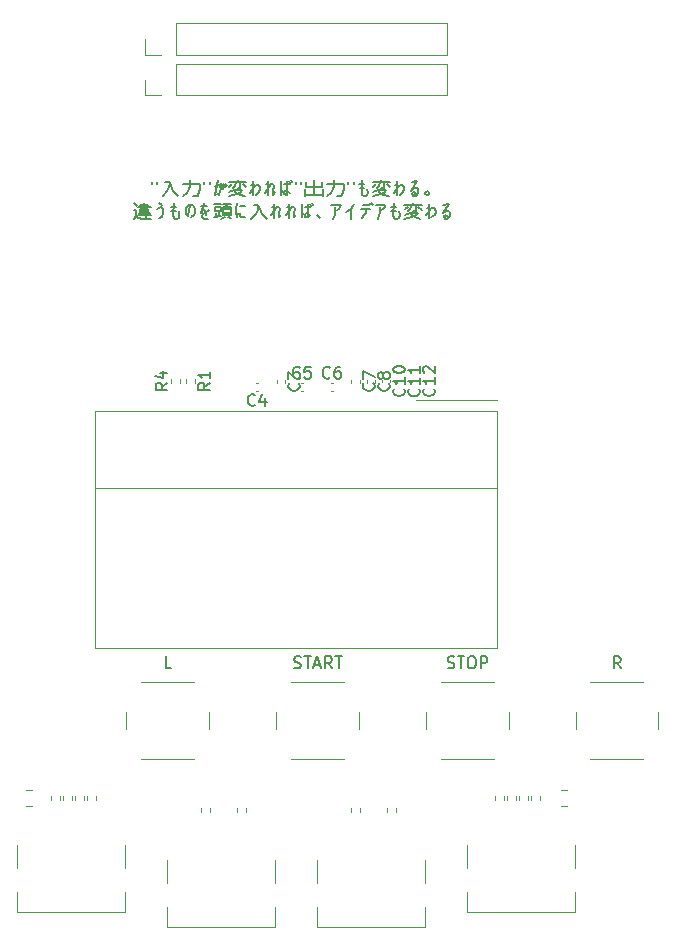
<source format=gbr>
%TF.GenerationSoftware,KiCad,Pcbnew,(6.0.5)*%
%TF.CreationDate,2023-02-26T14:44:20+09:00*%
%TF.ProjectId,IO_Board,494f5f42-6f61-4726-942e-6b696361645f,rev?*%
%TF.SameCoordinates,Original*%
%TF.FileFunction,Legend,Top*%
%TF.FilePolarity,Positive*%
%FSLAX46Y46*%
G04 Gerber Fmt 4.6, Leading zero omitted, Abs format (unit mm)*
G04 Created by KiCad (PCBNEW (6.0.5)) date 2023-02-26 14:44:20*
%MOMM*%
%LPD*%
G01*
G04 APERTURE LIST*
%ADD10C,0.150000*%
%ADD11C,0.120000*%
G04 APERTURE END LIST*
D10*
X140203142Y-89308857D02*
X140203142Y-89537428D01*
X140660285Y-89308857D02*
X140660285Y-89537428D01*
X141346000Y-89308857D02*
X141746000Y-89308857D01*
X141860285Y-89651714D01*
X142031714Y-90108857D01*
X142431714Y-90508857D01*
X141746000Y-89423142D02*
X141688857Y-89766000D01*
X141517428Y-90108857D01*
X141117428Y-90508857D01*
X143688857Y-90508857D02*
X144088857Y-90508857D01*
X142831714Y-89537428D02*
X144260285Y-89537428D01*
X144260285Y-89880285D01*
X144146000Y-90451714D01*
X143460285Y-89137428D02*
X143460285Y-89651714D01*
X143346000Y-89937428D01*
X143174571Y-90223142D01*
X142831714Y-90508857D01*
X144660285Y-89308857D02*
X144660285Y-89537428D01*
X145117428Y-89308857D02*
X145117428Y-89537428D01*
X145517428Y-89651714D02*
X145917428Y-89594571D01*
X146031714Y-89823142D01*
X145917428Y-90451714D01*
X145746000Y-90337428D01*
X145803142Y-89194571D02*
X145574571Y-90394571D01*
X146088857Y-89423142D02*
X146260285Y-89937428D01*
X146260285Y-89537428D02*
X146374571Y-89708857D01*
X146431714Y-89480285D02*
X146546000Y-89651714D01*
X146717428Y-89308857D02*
X148203142Y-89308857D01*
X147460285Y-89823142D02*
X147688857Y-89823142D01*
X147460285Y-89137428D02*
X147460285Y-89308857D01*
X147688857Y-89308857D02*
X147688857Y-89766000D01*
X147917428Y-89480285D02*
X148203142Y-89766000D01*
X147003142Y-89480285D02*
X146774571Y-89708857D01*
X147174571Y-89994571D02*
X146774571Y-90166000D01*
X147346000Y-89308857D02*
X147231714Y-89651714D01*
X147060285Y-89823142D01*
X147174571Y-89994571D02*
X147860285Y-89994571D01*
X147688857Y-90223142D01*
X147403142Y-90337428D01*
X147060285Y-90451714D01*
X146717428Y-90508857D01*
X147174571Y-89994571D02*
X147346000Y-90223142D01*
X147631714Y-90394571D01*
X148088857Y-90508857D01*
X148774571Y-89251714D02*
X148774571Y-90451714D01*
X148603142Y-89594571D02*
X148831714Y-89537428D01*
X148774571Y-89651714D01*
X148546000Y-90223142D02*
X148888857Y-89766000D01*
X149003142Y-89594571D01*
X149231714Y-89594571D01*
X149346000Y-89708857D01*
X149403142Y-89937428D01*
X149288857Y-90166000D01*
X149003142Y-90394571D01*
X150031714Y-89251714D02*
X150031714Y-90451714D01*
X149860285Y-89537428D02*
X150088857Y-89480285D01*
X150031714Y-89537428D01*
X149803142Y-90223142D02*
X150317428Y-89480285D01*
X150488857Y-89480285D01*
X150546000Y-89651714D01*
X150488857Y-90051714D01*
X150488857Y-90394571D01*
X150660285Y-90166000D01*
X151403142Y-89480285D02*
X151860285Y-89480285D01*
X151688857Y-89251714D02*
X151688857Y-90394571D01*
X151403142Y-90337428D01*
X151403142Y-90108857D01*
X151574571Y-90051714D01*
X151860285Y-90280285D01*
X151174571Y-89251714D02*
X151117428Y-89594571D01*
X151117428Y-89937428D01*
X151174571Y-90394571D01*
X151231714Y-89994571D01*
X151803142Y-89251714D02*
X151917428Y-89423142D01*
X151974571Y-89194571D02*
X152088857Y-89366000D01*
X152374571Y-89308857D02*
X152374571Y-89537428D01*
X152831714Y-89308857D02*
X152831714Y-89537428D01*
X153231714Y-89766000D02*
X154603142Y-89766000D01*
X153174571Y-90394571D02*
X154660285Y-90394571D01*
X153174571Y-89937428D02*
X153174571Y-90508857D01*
X153231714Y-89308857D02*
X153231714Y-89766000D01*
X153917428Y-89137428D02*
X153917428Y-90394571D01*
X154603142Y-89308857D02*
X154603142Y-89766000D01*
X154660285Y-89937428D02*
X154660285Y-90508857D01*
X155860285Y-90508857D02*
X156260285Y-90508857D01*
X155003142Y-89537428D02*
X156431714Y-89537428D01*
X156431714Y-89880285D01*
X156317428Y-90451714D01*
X155631714Y-89137428D02*
X155631714Y-89651714D01*
X155517428Y-89937428D01*
X155346000Y-90223142D01*
X155003142Y-90508857D01*
X156831714Y-89308857D02*
X156831714Y-89537428D01*
X157288857Y-89308857D02*
X157288857Y-89537428D01*
X158031714Y-89194571D02*
X157974571Y-90223142D01*
X158031714Y-90451714D01*
X158146000Y-90508857D01*
X158317428Y-90508857D01*
X158431714Y-90451714D01*
X158488857Y-90223142D01*
X158431714Y-89880285D01*
X157746000Y-89480285D02*
X158203142Y-89480285D01*
X157803142Y-89823142D02*
X158203142Y-89823142D01*
X158888857Y-89308857D02*
X160374571Y-89308857D01*
X159631714Y-89823142D02*
X159860285Y-89823142D01*
X159631714Y-89137428D02*
X159631714Y-89308857D01*
X159860285Y-89308857D02*
X159860285Y-89766000D01*
X160088857Y-89480285D02*
X160374571Y-89766000D01*
X159174571Y-89480285D02*
X158946000Y-89708857D01*
X159346000Y-89994571D02*
X158946000Y-90166000D01*
X159517428Y-89308857D02*
X159403142Y-89651714D01*
X159231714Y-89823142D01*
X159346000Y-89994571D02*
X160031714Y-89994571D01*
X159860285Y-90223142D01*
X159574571Y-90337428D01*
X159231714Y-90451714D01*
X158888857Y-90508857D01*
X159346000Y-89994571D02*
X159517428Y-90223142D01*
X159803142Y-90394571D01*
X160260285Y-90508857D01*
X160946000Y-89251714D02*
X160946000Y-90451714D01*
X160774571Y-89594571D02*
X161003142Y-89537428D01*
X160946000Y-89651714D01*
X160717428Y-90223142D02*
X161060285Y-89766000D01*
X161174571Y-89594571D01*
X161403142Y-89594571D01*
X161517428Y-89708857D01*
X161574571Y-89937428D01*
X161460285Y-90166000D01*
X161174571Y-90394571D01*
X162203142Y-89308857D02*
X162660285Y-89251714D01*
X162146000Y-90051714D01*
X162431714Y-89823142D01*
X162717428Y-89823142D01*
X162774571Y-89994571D01*
X162774571Y-90280285D01*
X162546000Y-90508857D01*
X162317428Y-90508857D01*
X162260285Y-90280285D01*
X162374571Y-90166000D01*
X162603142Y-90394571D01*
X163460285Y-90108857D02*
X163574571Y-90108857D01*
X163688857Y-90223142D01*
X163688857Y-90337428D01*
X163574571Y-90451714D01*
X163460285Y-90451714D01*
X163346000Y-90337428D01*
X163346000Y-90223142D01*
X163460285Y-90108857D01*
X139060285Y-91412285D02*
X140146000Y-91412285D01*
X139231714Y-91755142D02*
X139917428Y-91755142D01*
X139117428Y-91926571D02*
X140088857Y-91926571D01*
X139060285Y-92155142D02*
X140146000Y-92155142D01*
X139688857Y-91869428D02*
X139688857Y-92326571D01*
X139231714Y-91583714D02*
X139917428Y-91583714D01*
X139917428Y-91812285D01*
X138717428Y-91126571D02*
X138946000Y-91355142D01*
X138660285Y-91698000D02*
X138888857Y-91698000D01*
X138888857Y-92212285D01*
X138660285Y-92440857D01*
X139517428Y-91069428D02*
X139403142Y-91412285D01*
X139288857Y-91926571D02*
X139288857Y-92155142D01*
X139231714Y-91583714D02*
X139231714Y-91812285D01*
X139174571Y-91240857D02*
X139917428Y-91240857D01*
X139917428Y-91412285D01*
X138831714Y-92269428D02*
X139403142Y-92440857D01*
X140146000Y-92440857D01*
X140774571Y-91126571D02*
X141060285Y-91240857D01*
X140603142Y-91640857D02*
X141003142Y-91469428D01*
X141174571Y-91640857D01*
X141174571Y-91983714D01*
X141060285Y-92269428D01*
X140774571Y-92383714D01*
X142088857Y-91126571D02*
X142031714Y-92155142D01*
X142088857Y-92383714D01*
X142203142Y-92440857D01*
X142374571Y-92440857D01*
X142488857Y-92383714D01*
X142546000Y-92155142D01*
X142488857Y-91812285D01*
X141803142Y-91412285D02*
X142260285Y-91412285D01*
X141860285Y-91755142D02*
X142260285Y-91755142D01*
X143460285Y-91298000D02*
X143231714Y-92212285D01*
X143060285Y-92040857D01*
X143060285Y-91583714D01*
X143174571Y-91355142D01*
X143460285Y-91240857D01*
X143688857Y-91298000D01*
X143860285Y-91583714D01*
X143860285Y-91926571D01*
X143803142Y-92155142D01*
X143517428Y-92326571D01*
X144374571Y-91355142D02*
X144888857Y-91355142D01*
X144660285Y-91126571D02*
X144374571Y-91983714D01*
X144603142Y-91640857D01*
X144717428Y-91755142D01*
X144774571Y-92098000D01*
X145003142Y-91698000D02*
X144488857Y-92098000D01*
X144488857Y-92269428D01*
X144660285Y-92440857D01*
X144946000Y-92440857D01*
X146203142Y-91183714D02*
X146946000Y-91183714D01*
X145460285Y-91183714D02*
X146088857Y-91183714D01*
X146260285Y-91640857D02*
X146888857Y-91640857D01*
X145517428Y-91755142D02*
X146031714Y-91755142D01*
X146260285Y-91926571D02*
X146888857Y-91926571D01*
X146260285Y-92155142D02*
X146888857Y-92155142D01*
X145517428Y-91412285D02*
X145517428Y-91755142D01*
X145517428Y-91412285D02*
X146031714Y-91412285D01*
X146031714Y-91755142D01*
X146260285Y-91412285D02*
X146260285Y-92155142D01*
X146546000Y-91183714D02*
X146488857Y-91412285D01*
X146260285Y-91412285D02*
X146888857Y-91412285D01*
X146888857Y-92155142D01*
X146660285Y-92269428D02*
X146946000Y-92383714D01*
X146374571Y-92269428D02*
X146031714Y-92440857D01*
X145631714Y-91926571D02*
X145631714Y-92155142D01*
X145917428Y-91869428D02*
X145917428Y-92155142D01*
X146088857Y-92212285D02*
X145460285Y-92326571D01*
X147688857Y-91355142D02*
X148088857Y-91355142D01*
X147403142Y-91126571D02*
X147346000Y-91583714D01*
X147346000Y-91926571D01*
X147403142Y-92326571D01*
X147517428Y-91926571D01*
X147688857Y-91983714D02*
X147688857Y-92212285D01*
X147746000Y-92269428D01*
X148088857Y-92269428D01*
X148831714Y-91240857D02*
X149231714Y-91240857D01*
X149346000Y-91583714D01*
X149517428Y-92040857D01*
X149917428Y-92440857D01*
X149231714Y-91355142D02*
X149174571Y-91698000D01*
X149003142Y-92040857D01*
X148603142Y-92440857D01*
X150546000Y-91183714D02*
X150546000Y-92383714D01*
X150374571Y-91469428D02*
X150603142Y-91412285D01*
X150546000Y-91469428D01*
X150317428Y-92155142D02*
X150831714Y-91412285D01*
X151003142Y-91412285D01*
X151060285Y-91583714D01*
X151003142Y-91983714D01*
X151003142Y-92326571D01*
X151174571Y-92098000D01*
X151803142Y-91183714D02*
X151803142Y-92383714D01*
X151631714Y-91469428D02*
X151860285Y-91412285D01*
X151803142Y-91469428D01*
X151574571Y-92155142D02*
X152088857Y-91412285D01*
X152260285Y-91412285D01*
X152317428Y-91583714D01*
X152260285Y-91983714D01*
X152260285Y-92326571D01*
X152431714Y-92098000D01*
X153174571Y-91412285D02*
X153631714Y-91412285D01*
X153460285Y-91183714D02*
X153460285Y-92326571D01*
X153174571Y-92269428D01*
X153174571Y-92040857D01*
X153346000Y-91983714D01*
X153631714Y-92212285D01*
X152946000Y-91183714D02*
X152888857Y-91526571D01*
X152888857Y-91869428D01*
X152946000Y-92326571D01*
X153003142Y-91926571D01*
X153574571Y-91183714D02*
X153688857Y-91355142D01*
X153746000Y-91126571D02*
X153860285Y-91298000D01*
X154203142Y-92098000D02*
X154431714Y-92383714D01*
X155403142Y-91298000D02*
X156203142Y-91298000D01*
X156146000Y-91412285D01*
X156031714Y-91583714D01*
X155860285Y-91698000D01*
X155746000Y-91469428D02*
X155746000Y-91869428D01*
X155746000Y-91983714D01*
X155688857Y-92155142D01*
X155574571Y-92440857D01*
X157060285Y-91583714D02*
X157060285Y-92440857D01*
X157346000Y-91183714D02*
X157231714Y-91355142D01*
X157060285Y-91583714D01*
X156831714Y-91755142D01*
X156660285Y-91869428D01*
X158603142Y-91183714D02*
X158717428Y-91298000D01*
X158774571Y-91126571D02*
X158888857Y-91240857D01*
X158088857Y-91298000D02*
X158546000Y-91298000D01*
X157917428Y-91640857D02*
X158717428Y-91640857D01*
X158317428Y-91640857D02*
X158317428Y-91926571D01*
X158203142Y-92155142D01*
X158031714Y-92383714D01*
X159174571Y-91298000D02*
X159974571Y-91298000D01*
X159917428Y-91412285D01*
X159803142Y-91583714D01*
X159631714Y-91698000D01*
X159517428Y-91469428D02*
X159517428Y-91869428D01*
X159517428Y-91983714D01*
X159460285Y-92155142D01*
X159346000Y-92440857D01*
X160717428Y-91126571D02*
X160660285Y-92155142D01*
X160717428Y-92383714D01*
X160831714Y-92440857D01*
X161003142Y-92440857D01*
X161117428Y-92383714D01*
X161174571Y-92155142D01*
X161117428Y-91812285D01*
X160431714Y-91412285D02*
X160888857Y-91412285D01*
X160488857Y-91755142D02*
X160888857Y-91755142D01*
X161574571Y-91240857D02*
X163060285Y-91240857D01*
X162317428Y-91755142D02*
X162546000Y-91755142D01*
X162317428Y-91069428D02*
X162317428Y-91240857D01*
X162546000Y-91240857D02*
X162546000Y-91698000D01*
X162774571Y-91412285D02*
X163060285Y-91698000D01*
X161860285Y-91412285D02*
X161631714Y-91640857D01*
X162031714Y-91926571D02*
X161631714Y-92098000D01*
X162203142Y-91240857D02*
X162088857Y-91583714D01*
X161917428Y-91755142D01*
X162031714Y-91926571D02*
X162717428Y-91926571D01*
X162546000Y-92155142D01*
X162260285Y-92269428D01*
X161917428Y-92383714D01*
X161574571Y-92440857D01*
X162031714Y-91926571D02*
X162203142Y-92155142D01*
X162488857Y-92326571D01*
X162946000Y-92440857D01*
X163631714Y-91183714D02*
X163631714Y-92383714D01*
X163460285Y-91526571D02*
X163688857Y-91469428D01*
X163631714Y-91583714D01*
X163403142Y-92155142D02*
X163746000Y-91698000D01*
X163860285Y-91526571D01*
X164088857Y-91526571D01*
X164203142Y-91640857D01*
X164260285Y-91869428D01*
X164146000Y-92098000D01*
X163860285Y-92326571D01*
X164888857Y-91240857D02*
X165346000Y-91183714D01*
X164831714Y-91983714D01*
X165117428Y-91755142D01*
X165403142Y-91755142D01*
X165460285Y-91926571D01*
X165460285Y-92212285D01*
X165231714Y-92440857D01*
X165003142Y-92440857D01*
X164946000Y-92212285D01*
X165060285Y-92098000D01*
X165288857Y-92326571D01*
%TO.C,START*%
X152253809Y-130452761D02*
X152396666Y-130500380D01*
X152634761Y-130500380D01*
X152730000Y-130452761D01*
X152777619Y-130405142D01*
X152825238Y-130309904D01*
X152825238Y-130214666D01*
X152777619Y-130119428D01*
X152730000Y-130071809D01*
X152634761Y-130024190D01*
X152444285Y-129976571D01*
X152349047Y-129928952D01*
X152301428Y-129881333D01*
X152253809Y-129786095D01*
X152253809Y-129690857D01*
X152301428Y-129595619D01*
X152349047Y-129548000D01*
X152444285Y-129500380D01*
X152682380Y-129500380D01*
X152825238Y-129548000D01*
X153110952Y-129500380D02*
X153682380Y-129500380D01*
X153396666Y-130500380D02*
X153396666Y-129500380D01*
X153968095Y-130214666D02*
X154444285Y-130214666D01*
X153872857Y-130500380D02*
X154206190Y-129500380D01*
X154539523Y-130500380D01*
X155444285Y-130500380D02*
X155110952Y-130024190D01*
X154872857Y-130500380D02*
X154872857Y-129500380D01*
X155253809Y-129500380D01*
X155349047Y-129548000D01*
X155396666Y-129595619D01*
X155444285Y-129690857D01*
X155444285Y-129833714D01*
X155396666Y-129928952D01*
X155349047Y-129976571D01*
X155253809Y-130024190D01*
X154872857Y-130024190D01*
X155730000Y-129500380D02*
X156301428Y-129500380D01*
X156015714Y-130500380D02*
X156015714Y-129500380D01*
%TO.C,R1*%
X145132380Y-106338666D02*
X144656190Y-106672000D01*
X145132380Y-106910095D02*
X144132380Y-106910095D01*
X144132380Y-106529142D01*
X144180000Y-106433904D01*
X144227619Y-106386285D01*
X144322857Y-106338666D01*
X144465714Y-106338666D01*
X144560952Y-106386285D01*
X144608571Y-106433904D01*
X144656190Y-106529142D01*
X144656190Y-106910095D01*
X145132380Y-105386285D02*
X145132380Y-105957714D01*
X145132380Y-105672000D02*
X144132380Y-105672000D01*
X144275238Y-105767238D01*
X144370476Y-105862476D01*
X144418095Y-105957714D01*
%TO.C,C3*%
X152647142Y-106366666D02*
X152694761Y-106414285D01*
X152742380Y-106557142D01*
X152742380Y-106652380D01*
X152694761Y-106795238D01*
X152599523Y-106890476D01*
X152504285Y-106938095D01*
X152313809Y-106985714D01*
X152170952Y-106985714D01*
X151980476Y-106938095D01*
X151885238Y-106890476D01*
X151790000Y-106795238D01*
X151742380Y-106652380D01*
X151742380Y-106557142D01*
X151790000Y-106414285D01*
X151837619Y-106366666D01*
X151742380Y-106033333D02*
X151742380Y-105414285D01*
X152123333Y-105747619D01*
X152123333Y-105604761D01*
X152170952Y-105509523D01*
X152218571Y-105461904D01*
X152313809Y-105414285D01*
X152551904Y-105414285D01*
X152647142Y-105461904D01*
X152694761Y-105509523D01*
X152742380Y-105604761D01*
X152742380Y-105890476D01*
X152694761Y-105985714D01*
X152647142Y-106033333D01*
%TO.C,C10*%
X161537142Y-106814857D02*
X161584761Y-106862476D01*
X161632380Y-107005333D01*
X161632380Y-107100571D01*
X161584761Y-107243428D01*
X161489523Y-107338666D01*
X161394285Y-107386285D01*
X161203809Y-107433904D01*
X161060952Y-107433904D01*
X160870476Y-107386285D01*
X160775238Y-107338666D01*
X160680000Y-107243428D01*
X160632380Y-107100571D01*
X160632380Y-107005333D01*
X160680000Y-106862476D01*
X160727619Y-106814857D01*
X161632380Y-105862476D02*
X161632380Y-106433904D01*
X161632380Y-106148190D02*
X160632380Y-106148190D01*
X160775238Y-106243428D01*
X160870476Y-106338666D01*
X160918095Y-106433904D01*
X160632380Y-105243428D02*
X160632380Y-105148190D01*
X160680000Y-105052952D01*
X160727619Y-105005333D01*
X160822857Y-104957714D01*
X161013333Y-104910095D01*
X161251428Y-104910095D01*
X161441904Y-104957714D01*
X161537142Y-105005333D01*
X161584761Y-105052952D01*
X161632380Y-105148190D01*
X161632380Y-105243428D01*
X161584761Y-105338666D01*
X161537142Y-105386285D01*
X161441904Y-105433904D01*
X161251428Y-105481523D01*
X161013333Y-105481523D01*
X160822857Y-105433904D01*
X160727619Y-105386285D01*
X160680000Y-105338666D01*
X160632380Y-105243428D01*
%TO.C,STOP*%
X165239523Y-130452761D02*
X165382380Y-130500380D01*
X165620476Y-130500380D01*
X165715714Y-130452761D01*
X165763333Y-130405142D01*
X165810952Y-130309904D01*
X165810952Y-130214666D01*
X165763333Y-130119428D01*
X165715714Y-130071809D01*
X165620476Y-130024190D01*
X165430000Y-129976571D01*
X165334761Y-129928952D01*
X165287142Y-129881333D01*
X165239523Y-129786095D01*
X165239523Y-129690857D01*
X165287142Y-129595619D01*
X165334761Y-129548000D01*
X165430000Y-129500380D01*
X165668095Y-129500380D01*
X165810952Y-129548000D01*
X166096666Y-129500380D02*
X166668095Y-129500380D01*
X166382380Y-130500380D02*
X166382380Y-129500380D01*
X167191904Y-129500380D02*
X167382380Y-129500380D01*
X167477619Y-129548000D01*
X167572857Y-129643238D01*
X167620476Y-129833714D01*
X167620476Y-130167047D01*
X167572857Y-130357523D01*
X167477619Y-130452761D01*
X167382380Y-130500380D01*
X167191904Y-130500380D01*
X167096666Y-130452761D01*
X167001428Y-130357523D01*
X166953809Y-130167047D01*
X166953809Y-129833714D01*
X167001428Y-129643238D01*
X167096666Y-129548000D01*
X167191904Y-129500380D01*
X168049047Y-130500380D02*
X168049047Y-129500380D01*
X168430000Y-129500380D01*
X168525238Y-129548000D01*
X168572857Y-129595619D01*
X168620476Y-129690857D01*
X168620476Y-129833714D01*
X168572857Y-129928952D01*
X168525238Y-129976571D01*
X168430000Y-130024190D01*
X168049047Y-130024190D01*
%TO.C,C6*%
X155281333Y-105877142D02*
X155233714Y-105924761D01*
X155090857Y-105972380D01*
X154995619Y-105972380D01*
X154852761Y-105924761D01*
X154757523Y-105829523D01*
X154709904Y-105734285D01*
X154662285Y-105543809D01*
X154662285Y-105400952D01*
X154709904Y-105210476D01*
X154757523Y-105115238D01*
X154852761Y-105020000D01*
X154995619Y-104972380D01*
X155090857Y-104972380D01*
X155233714Y-105020000D01*
X155281333Y-105067619D01*
X156138476Y-104972380D02*
X155948000Y-104972380D01*
X155852761Y-105020000D01*
X155805142Y-105067619D01*
X155709904Y-105210476D01*
X155662285Y-105400952D01*
X155662285Y-105781904D01*
X155709904Y-105877142D01*
X155757523Y-105924761D01*
X155852761Y-105972380D01*
X156043238Y-105972380D01*
X156138476Y-105924761D01*
X156186095Y-105877142D01*
X156233714Y-105781904D01*
X156233714Y-105543809D01*
X156186095Y-105448571D01*
X156138476Y-105400952D01*
X156043238Y-105353333D01*
X155852761Y-105353333D01*
X155757523Y-105400952D01*
X155709904Y-105448571D01*
X155662285Y-105543809D01*
%TO.C,C4*%
X148931333Y-108197142D02*
X148883714Y-108244761D01*
X148740857Y-108292380D01*
X148645619Y-108292380D01*
X148502761Y-108244761D01*
X148407523Y-108149523D01*
X148359904Y-108054285D01*
X148312285Y-107863809D01*
X148312285Y-107720952D01*
X148359904Y-107530476D01*
X148407523Y-107435238D01*
X148502761Y-107340000D01*
X148645619Y-107292380D01*
X148740857Y-107292380D01*
X148883714Y-107340000D01*
X148931333Y-107387619D01*
X149788476Y-107625714D02*
X149788476Y-108292380D01*
X149550380Y-107244761D02*
X149312285Y-107959047D01*
X149931333Y-107959047D01*
%TO.C,C11*%
X162807142Y-106842857D02*
X162854761Y-106890476D01*
X162902380Y-107033333D01*
X162902380Y-107128571D01*
X162854761Y-107271428D01*
X162759523Y-107366666D01*
X162664285Y-107414285D01*
X162473809Y-107461904D01*
X162330952Y-107461904D01*
X162140476Y-107414285D01*
X162045238Y-107366666D01*
X161950000Y-107271428D01*
X161902380Y-107128571D01*
X161902380Y-107033333D01*
X161950000Y-106890476D01*
X161997619Y-106842857D01*
X162902380Y-105890476D02*
X162902380Y-106461904D01*
X162902380Y-106176190D02*
X161902380Y-106176190D01*
X162045238Y-106271428D01*
X162140476Y-106366666D01*
X162188095Y-106461904D01*
X162902380Y-104938095D02*
X162902380Y-105509523D01*
X162902380Y-105223809D02*
X161902380Y-105223809D01*
X162045238Y-105319047D01*
X162140476Y-105414285D01*
X162188095Y-105509523D01*
%TO.C,C12*%
X164077142Y-106814857D02*
X164124761Y-106862476D01*
X164172380Y-107005333D01*
X164172380Y-107100571D01*
X164124761Y-107243428D01*
X164029523Y-107338666D01*
X163934285Y-107386285D01*
X163743809Y-107433904D01*
X163600952Y-107433904D01*
X163410476Y-107386285D01*
X163315238Y-107338666D01*
X163220000Y-107243428D01*
X163172380Y-107100571D01*
X163172380Y-107005333D01*
X163220000Y-106862476D01*
X163267619Y-106814857D01*
X164172380Y-105862476D02*
X164172380Y-106433904D01*
X164172380Y-106148190D02*
X163172380Y-106148190D01*
X163315238Y-106243428D01*
X163410476Y-106338666D01*
X163458095Y-106433904D01*
X163267619Y-105481523D02*
X163220000Y-105433904D01*
X163172380Y-105338666D01*
X163172380Y-105100571D01*
X163220000Y-105005333D01*
X163267619Y-104957714D01*
X163362857Y-104910095D01*
X163458095Y-104910095D01*
X163600952Y-104957714D01*
X164172380Y-105529142D01*
X164172380Y-104910095D01*
%TO.C,C7*%
X158969142Y-106366666D02*
X159016761Y-106414285D01*
X159064380Y-106557142D01*
X159064380Y-106652380D01*
X159016761Y-106795238D01*
X158921523Y-106890476D01*
X158826285Y-106938095D01*
X158635809Y-106985714D01*
X158492952Y-106985714D01*
X158302476Y-106938095D01*
X158207238Y-106890476D01*
X158112000Y-106795238D01*
X158064380Y-106652380D01*
X158064380Y-106557142D01*
X158112000Y-106414285D01*
X158159619Y-106366666D01*
X158064380Y-106033333D02*
X158064380Y-105366666D01*
X159064380Y-105795238D01*
%TO.C,C5*%
X152741333Y-105877142D02*
X152693714Y-105924761D01*
X152550857Y-105972380D01*
X152455619Y-105972380D01*
X152312761Y-105924761D01*
X152217523Y-105829523D01*
X152169904Y-105734285D01*
X152122285Y-105543809D01*
X152122285Y-105400952D01*
X152169904Y-105210476D01*
X152217523Y-105115238D01*
X152312761Y-105020000D01*
X152455619Y-104972380D01*
X152550857Y-104972380D01*
X152693714Y-105020000D01*
X152741333Y-105067619D01*
X153646095Y-104972380D02*
X153169904Y-104972380D01*
X153122285Y-105448571D01*
X153169904Y-105400952D01*
X153265142Y-105353333D01*
X153503238Y-105353333D01*
X153598476Y-105400952D01*
X153646095Y-105448571D01*
X153693714Y-105543809D01*
X153693714Y-105781904D01*
X153646095Y-105877142D01*
X153598476Y-105924761D01*
X153503238Y-105972380D01*
X153265142Y-105972380D01*
X153169904Y-105924761D01*
X153122285Y-105877142D01*
%TO.C,L*%
X141839523Y-130500380D02*
X141363333Y-130500380D01*
X141363333Y-129500380D01*
%TO.C,R*%
X179887523Y-130500380D02*
X179554190Y-130024190D01*
X179316095Y-130500380D02*
X179316095Y-129500380D01*
X179697047Y-129500380D01*
X179792285Y-129548000D01*
X179839904Y-129595619D01*
X179887523Y-129690857D01*
X179887523Y-129833714D01*
X179839904Y-129928952D01*
X179792285Y-129976571D01*
X179697047Y-130024190D01*
X179316095Y-130024190D01*
%TO.C,C8*%
X160267142Y-106366666D02*
X160314761Y-106414285D01*
X160362380Y-106557142D01*
X160362380Y-106652380D01*
X160314761Y-106795238D01*
X160219523Y-106890476D01*
X160124285Y-106938095D01*
X159933809Y-106985714D01*
X159790952Y-106985714D01*
X159600476Y-106938095D01*
X159505238Y-106890476D01*
X159410000Y-106795238D01*
X159362380Y-106652380D01*
X159362380Y-106557142D01*
X159410000Y-106414285D01*
X159457619Y-106366666D01*
X159790952Y-105795238D02*
X159743333Y-105890476D01*
X159695714Y-105938095D01*
X159600476Y-105985714D01*
X159552857Y-105985714D01*
X159457619Y-105938095D01*
X159410000Y-105890476D01*
X159362380Y-105795238D01*
X159362380Y-105604761D01*
X159410000Y-105509523D01*
X159457619Y-105461904D01*
X159552857Y-105414285D01*
X159600476Y-105414285D01*
X159695714Y-105461904D01*
X159743333Y-105509523D01*
X159790952Y-105604761D01*
X159790952Y-105795238D01*
X159838571Y-105890476D01*
X159886190Y-105938095D01*
X159981428Y-105985714D01*
X160171904Y-105985714D01*
X160267142Y-105938095D01*
X160314761Y-105890476D01*
X160362380Y-105795238D01*
X160362380Y-105604761D01*
X160314761Y-105509523D01*
X160267142Y-105461904D01*
X160171904Y-105414285D01*
X159981428Y-105414285D01*
X159886190Y-105461904D01*
X159838571Y-105509523D01*
X159790952Y-105604761D01*
%TO.C,R4*%
X141522380Y-106338666D02*
X141046190Y-106672000D01*
X141522380Y-106910095D02*
X140522380Y-106910095D01*
X140522380Y-106529142D01*
X140570000Y-106433904D01*
X140617619Y-106386285D01*
X140712857Y-106338666D01*
X140855714Y-106338666D01*
X140950952Y-106386285D01*
X140998571Y-106433904D01*
X141046190Y-106529142D01*
X141046190Y-106910095D01*
X140855714Y-105481523D02*
X141522380Y-105481523D01*
X140474761Y-105719619D02*
X141189047Y-105957714D01*
X141189047Y-105338666D01*
D11*
%TO.C,START*%
X156480000Y-131660000D02*
X151980000Y-131660000D01*
X157730000Y-135660000D02*
X157730000Y-134160000D01*
X151980000Y-138160000D02*
X156480000Y-138160000D01*
X150730000Y-134160000D02*
X150730000Y-135660000D01*
%TO.C,R2*%
X144400000Y-142647641D02*
X144400000Y-142340359D01*
X145160000Y-142647641D02*
X145160000Y-142340359D01*
%TO.C,FB2*%
X130052578Y-142188000D02*
X129535422Y-142188000D01*
X130052578Y-140768000D02*
X129535422Y-140768000D01*
%TO.C,R12*%
X131700000Y-141324359D02*
X131700000Y-141631641D01*
X132460000Y-141324359D02*
X132460000Y-141631641D01*
%TO.C,R14*%
X133476000Y-141324359D02*
X133476000Y-141631641D01*
X132716000Y-141324359D02*
X132716000Y-141631641D01*
%TO.C,R1*%
X143130000Y-106018359D02*
X143130000Y-106325641D01*
X143890000Y-106018359D02*
X143890000Y-106325641D01*
%TO.C,C3*%
X150770000Y-106092164D02*
X150770000Y-106307836D01*
X151490000Y-106092164D02*
X151490000Y-106307836D01*
%TO.C,R6*%
X157100000Y-142647641D02*
X157100000Y-142340359D01*
X157860000Y-142647641D02*
X157860000Y-142340359D01*
%TO.C,C10*%
X159660000Y-106064164D02*
X159660000Y-106279836D01*
X160380000Y-106064164D02*
X160380000Y-106279836D01*
%TO.C,STOP*%
X164680000Y-138160000D02*
X169180000Y-138160000D01*
X170430000Y-135660000D02*
X170430000Y-134160000D01*
X163430000Y-134160000D02*
X163430000Y-135660000D01*
X169180000Y-131660000D02*
X164680000Y-131660000D01*
%TO.C,C6*%
X155340164Y-106320000D02*
X155555836Y-106320000D01*
X155340164Y-107040000D02*
X155555836Y-107040000D01*
%TO.C,C4*%
X149205836Y-106320000D02*
X148990164Y-106320000D01*
X149205836Y-107040000D02*
X148990164Y-107040000D01*
%TO.C,C11*%
X161650000Y-106092164D02*
X161650000Y-106307836D01*
X160930000Y-106092164D02*
X160930000Y-106307836D01*
%TO.C,R9*%
X173100000Y-141324359D02*
X173100000Y-141631641D01*
X172340000Y-141324359D02*
X172340000Y-141631641D01*
%TO.C,C12*%
X162200000Y-106064164D02*
X162200000Y-106279836D01*
X162920000Y-106064164D02*
X162920000Y-106279836D01*
%TO.C,J4*%
X163330000Y-152375000D02*
X154170000Y-152375000D01*
X154170000Y-146740000D02*
X154170000Y-148660000D01*
X154170000Y-152375000D02*
X154170000Y-150670000D01*
X163330000Y-150670000D02*
X163330000Y-152375000D01*
X163330000Y-148660000D02*
X163330000Y-146740000D01*
%TO.C,J2*%
X176030000Y-149400000D02*
X176030000Y-151105000D01*
X166870000Y-145470000D02*
X166870000Y-147390000D01*
X176030000Y-151105000D02*
X166870000Y-151105000D01*
X176030000Y-147390000D02*
X176030000Y-145470000D01*
X166870000Y-151105000D02*
X166870000Y-149400000D01*
%TO.C,R13*%
X135508000Y-141324359D02*
X135508000Y-141631641D01*
X134748000Y-141324359D02*
X134748000Y-141631641D01*
%TO.C,R10*%
X170308000Y-141324359D02*
X170308000Y-141631641D01*
X171068000Y-141324359D02*
X171068000Y-141631641D01*
%TO.C,FB1*%
X174825922Y-142188000D02*
X175343078Y-142188000D01*
X174825922Y-140768000D02*
X175343078Y-140768000D01*
%TO.C,C7*%
X157092000Y-106092164D02*
X157092000Y-106307836D01*
X157812000Y-106092164D02*
X157812000Y-106307836D01*
%TO.C,J6*%
X169400000Y-107745000D02*
X163400000Y-107745000D01*
X163400000Y-107745000D02*
X162600000Y-107745000D01*
X135400000Y-128745000D02*
X169400000Y-128745000D01*
X169400000Y-115245000D02*
X135400000Y-115245000D01*
X169400000Y-108745000D02*
X169400000Y-128745000D01*
X135400000Y-108745000D02*
X169400000Y-108745000D01*
X162600000Y-107745000D02*
X162560000Y-107745000D01*
X169400000Y-108745000D02*
X169400000Y-115245000D01*
X135400000Y-128745000D02*
X135400000Y-108745000D01*
%TO.C,J1*%
X141470000Y-146740000D02*
X141470000Y-148660000D01*
X150630000Y-150670000D02*
X150630000Y-152375000D01*
X141470000Y-152375000D02*
X141470000Y-150670000D01*
X150630000Y-152375000D02*
X141470000Y-152375000D01*
X150630000Y-148660000D02*
X150630000Y-146740000D01*
%TO.C,R5*%
X172084000Y-141324359D02*
X172084000Y-141631641D01*
X171324000Y-141324359D02*
X171324000Y-141631641D01*
%TO.C,R8*%
X170052000Y-141324359D02*
X170052000Y-141631641D01*
X169292000Y-141324359D02*
X169292000Y-141631641D01*
%TO.C,C5*%
X152800164Y-106320000D02*
X153015836Y-106320000D01*
X152800164Y-107040000D02*
X153015836Y-107040000D01*
%TO.C,L*%
X145030000Y-135660000D02*
X145030000Y-134160000D01*
X139280000Y-138160000D02*
X143780000Y-138160000D01*
X138030000Y-134160000D02*
X138030000Y-135660000D01*
X143780000Y-131660000D02*
X139280000Y-131660000D01*
%TO.C,R*%
X183078000Y-135660000D02*
X183078000Y-134160000D01*
X177328000Y-138160000D02*
X181828000Y-138160000D01*
X181828000Y-131660000D02*
X177328000Y-131660000D01*
X176078000Y-134160000D02*
X176078000Y-135660000D01*
%TO.C,J3*%
X142255000Y-82000400D02*
X165175000Y-82000400D01*
X142255000Y-79340400D02*
X165175000Y-79340400D01*
X165175000Y-82000400D02*
X165175000Y-79340400D01*
X142255000Y-82000400D02*
X142255000Y-79340400D01*
X140985000Y-82000400D02*
X139655000Y-82000400D01*
X139655000Y-82000400D02*
X139655000Y-80670400D01*
%TO.C,R3*%
X147448000Y-142647641D02*
X147448000Y-142340359D01*
X148208000Y-142647641D02*
X148208000Y-142340359D01*
%TO.C,J7*%
X128770000Y-151105000D02*
X128770000Y-149400000D01*
X128770000Y-145470000D02*
X128770000Y-147390000D01*
X137930000Y-147390000D02*
X137930000Y-145470000D01*
X137930000Y-149400000D02*
X137930000Y-151105000D01*
X137930000Y-151105000D02*
X128770000Y-151105000D01*
%TO.C,R7*%
X160148000Y-142647641D02*
X160148000Y-142340359D01*
X160908000Y-142647641D02*
X160908000Y-142340359D01*
%TO.C,J5*%
X142250000Y-75886000D02*
X165170000Y-75886000D01*
X140980000Y-78546000D02*
X139650000Y-78546000D01*
X142250000Y-78546000D02*
X165170000Y-78546000D01*
X165170000Y-78546000D02*
X165170000Y-75886000D01*
X142250000Y-78546000D02*
X142250000Y-75886000D01*
X139650000Y-78546000D02*
X139650000Y-77216000D01*
%TO.C,C8*%
X158390000Y-106092164D02*
X158390000Y-106307836D01*
X159110000Y-106092164D02*
X159110000Y-106307836D01*
%TO.C,R11*%
X134492000Y-141324359D02*
X134492000Y-141631641D01*
X133732000Y-141324359D02*
X133732000Y-141631641D01*
%TO.C,R4*%
X141860000Y-106325641D02*
X141860000Y-106018359D01*
X142620000Y-106325641D02*
X142620000Y-106018359D01*
%TD*%
M02*

</source>
